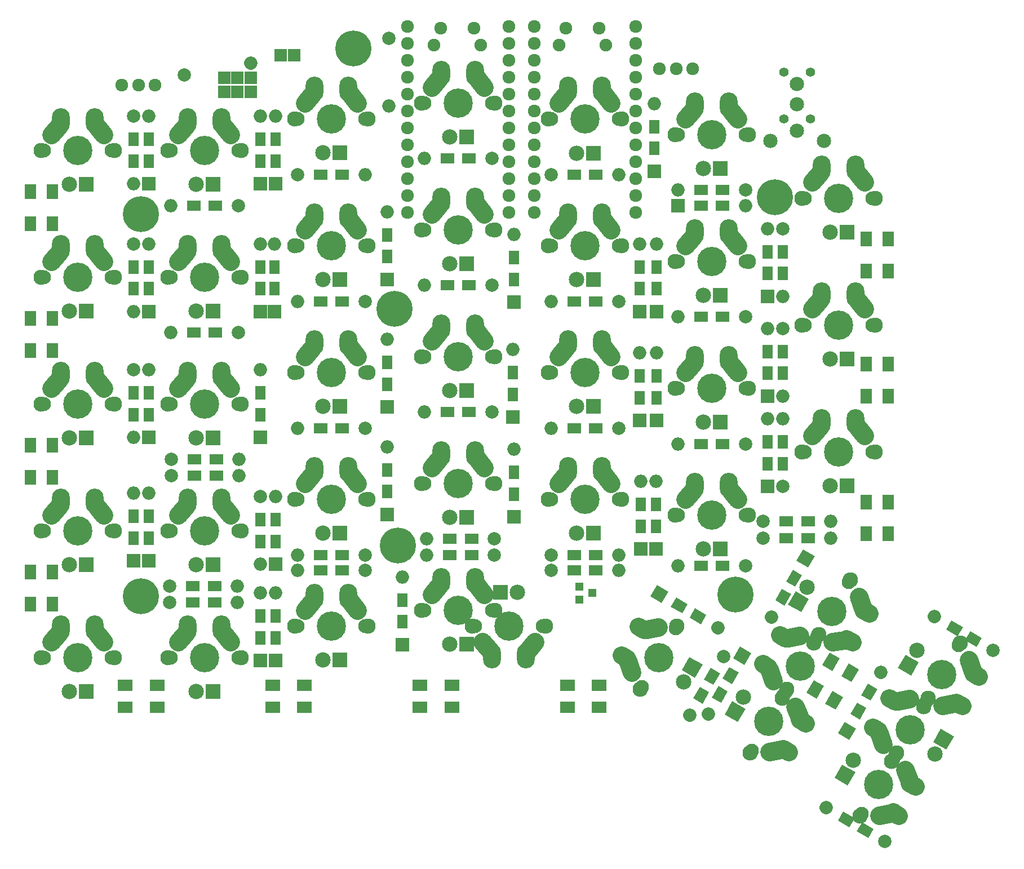
<source format=gts>
G04 #@! TF.FileFunction,Soldermask,Top*
%FSLAX46Y46*%
G04 Gerber Fmt 4.6, Leading zero omitted, Abs format (unit mm)*
G04 Created by KiCad (PCBNEW 4.0.7) date 06/24/18 16:56:43*
%MOMM*%
%LPD*%
G01*
G04 APERTURE LIST*
%ADD10C,0.100000*%
%ADD11C,4.400000*%
%ADD12C,2.300000*%
%ADD13C,2.800000*%
%ADD14O,2.700000X3.737000*%
%ADD15C,2.100000*%
%ADD16C,1.924000*%
%ADD17C,2.000000*%
%ADD18C,2.000000*%
%ADD19O,2.000000X2.000000*%
%ADD20C,5.400000*%
%ADD21R,1.924000X1.924000*%
%ADD22C,1.390600*%
%ADD23C,2.152600*%
%ADD24C,1.900000*%
%ADD25R,1.600000X2.000000*%
%ADD26R,2.000000X1.600000*%
%ADD27C,2.305000*%
%ADD28R,2.305000X2.305000*%
%ADD29R,1.300000X1.200000*%
%ADD30C,2.700000*%
%ADD31R,2.000000X2.000000*%
%ADD32R,1.800000X2.200000*%
%ADD33R,2.200000X1.800000*%
G04 APERTURE END LIST*
D10*
D11*
X144145000Y-127031750D03*
D12*
X149645000Y-127031750D03*
X138645000Y-127031750D03*
D13*
X148083558Y-124644959D02*
X146926540Y-123266079D01*
X141363460Y-123266079D02*
X140206442Y-124644959D01*
D14*
X141625000Y-122531750D03*
X146665000Y-122531750D03*
D15*
X139065000Y-127031750D03*
X149225000Y-127031750D03*
D11*
X125095000Y-110363000D03*
D12*
X119595000Y-110363000D03*
X130595000Y-110363000D03*
D13*
X121156442Y-107976209D02*
X122313460Y-106597329D01*
X127876540Y-106597329D02*
X129033558Y-107976209D01*
D14*
X127615000Y-105863000D03*
X122575000Y-105863000D03*
D15*
X130175000Y-110363000D03*
X120015000Y-110363000D03*
D11*
X125095000Y-91313000D03*
D12*
X119595000Y-91313000D03*
X130595000Y-91313000D03*
D13*
X121156442Y-88926209D02*
X122313460Y-87547329D01*
X127876540Y-87547329D02*
X129033558Y-88926209D01*
D14*
X127615000Y-86813000D03*
X122575000Y-86813000D03*
D15*
X130175000Y-91313000D03*
X120015000Y-91313000D03*
D11*
X86995000Y-115125500D03*
D12*
X92495000Y-115125500D03*
X81495000Y-115125500D03*
D13*
X90933558Y-112738709D02*
X89776540Y-111359829D01*
X84213460Y-111359829D02*
X83056442Y-112738709D01*
D14*
X84475000Y-110625500D03*
X89515000Y-110625500D03*
D15*
X81915000Y-115125500D03*
X92075000Y-115125500D03*
D11*
X86995000Y-57975500D03*
D12*
X92495000Y-57975500D03*
X81495000Y-57975500D03*
D13*
X90933558Y-55588709D02*
X89776540Y-54209829D01*
X84213460Y-54209829D02*
X83056442Y-55588709D01*
D14*
X84475000Y-53475500D03*
X89515000Y-53475500D03*
D15*
X81915000Y-57975500D03*
X92075000Y-57975500D03*
D11*
X182245000Y-55594250D03*
D12*
X176745000Y-55594250D03*
X187745000Y-55594250D03*
D13*
X178306442Y-53207459D02*
X179463460Y-51828579D01*
X185026540Y-51828579D02*
X186183558Y-53207459D01*
D14*
X184765000Y-51094250D03*
X179725000Y-51094250D03*
D15*
X187325000Y-55594250D03*
X177165000Y-55594250D03*
D16*
X170815000Y-39370000D03*
X170815000Y-41910000D03*
X170815000Y-44450000D03*
X170815000Y-46990000D03*
X170815000Y-49530000D03*
X170815000Y-52070000D03*
X170815000Y-54610000D03*
X170815000Y-57150000D03*
X170815000Y-59690000D03*
X170815000Y-62230000D03*
X170815000Y-64770000D03*
X170815000Y-67310000D03*
X155575000Y-67310000D03*
X155575000Y-64770000D03*
X155575000Y-62230000D03*
X155575000Y-59690000D03*
X155575000Y-57150000D03*
X155575000Y-54610000D03*
X155575000Y-52070000D03*
X155575000Y-49530000D03*
X155575000Y-46990000D03*
X155575000Y-44450000D03*
X155575000Y-41910000D03*
X155575000Y-39370000D03*
D17*
X102997000Y-46609000D03*
D18*
X113002647Y-44844735D02*
X113002647Y-44844735D01*
D17*
X133731000Y-41148000D03*
D19*
X133731000Y-51308000D03*
D20*
X134620000Y-81788000D03*
X191770000Y-65024000D03*
X185801000Y-124714000D03*
X96520000Y-67564000D03*
X96520000Y-124968000D03*
D21*
X119491000Y-43688000D03*
X117491000Y-43688000D03*
D22*
X197072000Y-46204000D03*
X193072000Y-46204000D03*
D23*
X195072000Y-51004000D03*
X191072000Y-56504000D03*
X195072000Y-55004000D03*
X199072000Y-56504000D03*
X195072000Y-48004000D03*
D22*
X193072000Y-53204000D03*
X197072000Y-53204000D03*
D16*
X160314000Y-39624000D03*
X165314000Y-39624000D03*
D24*
X159314000Y-42124000D03*
X166314000Y-42124000D03*
D16*
X96139000Y-48133000D03*
X93639000Y-48133000D03*
X98639000Y-48133000D03*
X176911000Y-45720000D03*
X174411000Y-45720000D03*
X179411000Y-45720000D03*
X146518000Y-39624000D03*
X141518000Y-39624000D03*
D24*
X147518000Y-42124000D03*
X140518000Y-42124000D03*
D20*
X135128000Y-117348000D03*
D25*
X95377000Y-59542000D03*
D17*
X95377000Y-52832000D03*
D19*
X95377000Y-62992000D03*
D25*
X95377000Y-56282000D03*
D26*
X104415000Y-66294000D03*
D17*
X111125000Y-66294000D03*
D19*
X100965000Y-66294000D03*
D26*
X107675000Y-66294000D03*
X126725000Y-61595000D03*
D17*
X120015000Y-61595000D03*
D19*
X130175000Y-61595000D03*
D26*
X123465000Y-61595000D03*
X142515000Y-59182000D03*
D17*
X149225000Y-59182000D03*
D19*
X139065000Y-59182000D03*
D26*
X145775000Y-59182000D03*
X164825000Y-61595000D03*
D17*
X158115000Y-61595000D03*
D19*
X168275000Y-61595000D03*
D26*
X161565000Y-61595000D03*
X180615000Y-63881000D03*
D17*
X187325000Y-63881000D03*
D19*
X177165000Y-63881000D03*
D26*
X183875000Y-63881000D03*
D25*
X192913000Y-76433000D03*
D17*
X192913000Y-69723000D03*
D19*
X192913000Y-79883000D03*
D25*
X192913000Y-73173000D03*
X95377000Y-78719000D03*
D17*
X95377000Y-72009000D03*
D19*
X95377000Y-82169000D03*
D25*
X95377000Y-75459000D03*
D26*
X104415000Y-85344000D03*
D17*
X111125000Y-85344000D03*
D19*
X100965000Y-85344000D03*
D26*
X107675000Y-85344000D03*
X123465000Y-80645000D03*
D17*
X130175000Y-80645000D03*
D19*
X120015000Y-80645000D03*
D26*
X126725000Y-80645000D03*
X164825000Y-121031000D03*
D17*
X158115000Y-121031000D03*
D19*
X168275000Y-121031000D03*
D26*
X161565000Y-121031000D03*
X142515000Y-78232000D03*
D17*
X149225000Y-78232000D03*
D19*
X139065000Y-78232000D03*
D26*
X145775000Y-78232000D03*
X161565000Y-80645000D03*
D17*
X168275000Y-80645000D03*
D19*
X158115000Y-80645000D03*
D26*
X164825000Y-80645000D03*
X180615000Y-82931000D03*
D17*
X187325000Y-82931000D03*
D19*
X177165000Y-82931000D03*
D26*
X183875000Y-82931000D03*
D25*
X192913000Y-91419000D03*
D17*
X192913000Y-84709000D03*
D19*
X192913000Y-94869000D03*
D25*
X192913000Y-88159000D03*
X95377000Y-97642000D03*
D17*
X95377000Y-90932000D03*
D19*
X95377000Y-101092000D03*
D25*
X95377000Y-94382000D03*
D26*
X107802000Y-104394000D03*
D17*
X101092000Y-104394000D03*
D19*
X111252000Y-104394000D03*
D26*
X104542000Y-104394000D03*
X123465000Y-99695000D03*
D17*
X130175000Y-99695000D03*
D19*
X120015000Y-99695000D03*
D26*
X126725000Y-99695000D03*
X142515000Y-97282000D03*
D17*
X149225000Y-97282000D03*
D19*
X139065000Y-97282000D03*
D26*
X145775000Y-97282000D03*
X161565000Y-99695000D03*
D17*
X168275000Y-99695000D03*
D19*
X158115000Y-99695000D03*
D26*
X164825000Y-99695000D03*
X180615000Y-102108000D03*
D17*
X187325000Y-102108000D03*
D19*
X177165000Y-102108000D03*
D26*
X183875000Y-102108000D03*
D25*
X192913000Y-101748000D03*
D17*
X192913000Y-108458000D03*
D19*
X192913000Y-98298000D03*
D25*
X192913000Y-105008000D03*
D26*
X107802000Y-106807000D03*
D17*
X101092000Y-106807000D03*
D19*
X111252000Y-106807000D03*
D26*
X104542000Y-106807000D03*
D25*
X114427000Y-116692000D03*
D17*
X114427000Y-109982000D03*
D19*
X114427000Y-120142000D03*
D25*
X114427000Y-113432000D03*
D26*
X123465000Y-118745000D03*
D17*
X130175000Y-118745000D03*
D19*
X120015000Y-118745000D03*
D26*
X126725000Y-118745000D03*
X142896000Y-116332000D03*
D17*
X149606000Y-116332000D03*
D19*
X139446000Y-116332000D03*
D26*
X146156000Y-116332000D03*
X164825000Y-118745000D03*
D17*
X158115000Y-118745000D03*
D19*
X168275000Y-118745000D03*
D26*
X161565000Y-118745000D03*
X180615000Y-120396000D03*
D17*
X187325000Y-120396000D03*
D19*
X177165000Y-120396000D03*
D26*
X183875000Y-120396000D03*
D10*
G36*
X180475180Y-138530005D02*
X181860820Y-139330005D01*
X180860820Y-141062055D01*
X179475180Y-140262055D01*
X180475180Y-138530005D01*
X180475180Y-138530005D01*
G37*
D17*
X184023000Y-133985000D03*
D18*
X178943000Y-142783818D02*
X178943000Y-142783818D01*
D10*
G36*
X182105180Y-135706763D02*
X183490820Y-136506763D01*
X182490820Y-138238813D01*
X181105180Y-137438813D01*
X182105180Y-135706763D01*
X182105180Y-135706763D01*
G37*
D26*
X107548000Y-123444000D03*
D17*
X100838000Y-123444000D03*
D19*
X110998000Y-123444000D03*
D26*
X104288000Y-123444000D03*
X107548000Y-125857000D03*
D17*
X100838000Y-125857000D03*
D19*
X110998000Y-125857000D03*
D26*
X104288000Y-125857000D03*
X123465000Y-121031000D03*
D17*
X130175000Y-121031000D03*
D19*
X120015000Y-121031000D03*
D26*
X126725000Y-121031000D03*
X142896000Y-118745000D03*
D17*
X149606000Y-118745000D03*
D19*
X139446000Y-118745000D03*
D26*
X146156000Y-118745000D03*
D20*
X128397000Y-42672000D03*
D27*
X85725000Y-63055500D03*
D28*
X88265000Y-63055500D03*
D27*
X104775000Y-63055500D03*
D28*
X107315000Y-63055500D03*
D27*
X123825000Y-58293000D03*
D28*
X126365000Y-58293000D03*
D27*
X142875000Y-55911750D03*
D28*
X145415000Y-55911750D03*
D27*
X161925000Y-58420000D03*
D28*
X164465000Y-58420000D03*
D27*
X180975000Y-60674250D03*
D28*
X183515000Y-60674250D03*
D27*
X200025000Y-70199250D03*
D28*
X202565000Y-70199250D03*
D27*
X85725000Y-82105500D03*
D28*
X88265000Y-82105500D03*
D27*
X104775000Y-82105500D03*
D28*
X107315000Y-82105500D03*
D27*
X123825000Y-77343000D03*
D28*
X126365000Y-77343000D03*
D27*
X142875000Y-74961750D03*
D28*
X145415000Y-74961750D03*
D27*
X161925000Y-77343000D03*
D28*
X164465000Y-77343000D03*
D27*
X180975000Y-79724250D03*
D28*
X183515000Y-79724250D03*
D27*
X200025000Y-89249250D03*
D28*
X202565000Y-89249250D03*
D27*
X85725000Y-101155500D03*
D28*
X88265000Y-101155500D03*
D27*
X104775000Y-101155500D03*
D28*
X107315000Y-101155500D03*
D27*
X123825000Y-96393000D03*
D28*
X126365000Y-96393000D03*
D27*
X142875000Y-94011750D03*
D28*
X145415000Y-94011750D03*
D27*
X161925000Y-96393000D03*
D28*
X164465000Y-96393000D03*
D27*
X180975000Y-98774250D03*
D28*
X183515000Y-98774250D03*
D27*
X200025000Y-108299250D03*
D28*
X202565000Y-108299250D03*
D27*
X85725000Y-120205500D03*
D28*
X88265000Y-120205500D03*
D27*
X104775000Y-120205500D03*
D28*
X107315000Y-120205500D03*
D27*
X123825000Y-115443000D03*
D28*
X126365000Y-115443000D03*
D27*
X142875000Y-113061750D03*
D28*
X145415000Y-113061750D03*
D27*
X161925000Y-115443000D03*
D28*
X164465000Y-115443000D03*
D27*
X180975000Y-117824250D03*
D28*
X183515000Y-117824250D03*
D27*
X178056409Y-137815102D03*
D10*
G36*
X179748253Y-137189742D02*
X177752065Y-136037242D01*
X178904565Y-134041054D01*
X180900753Y-135193554D01*
X179748253Y-137189742D01*
X179748253Y-137189742D01*
G37*
D27*
X85725000Y-139255500D03*
D28*
X88265000Y-139255500D03*
D27*
X104775000Y-139255500D03*
D28*
X107315000Y-139255500D03*
D27*
X123825000Y-134493000D03*
D28*
X126365000Y-134493000D03*
D27*
X142875000Y-132111750D03*
D28*
X145415000Y-132111750D03*
D16*
X136525000Y-39370000D03*
X136525000Y-41910000D03*
X136525000Y-44450000D03*
X136525000Y-46990000D03*
X136525000Y-49530000D03*
X136525000Y-52070000D03*
X136525000Y-54610000D03*
X136525000Y-57150000D03*
X136525000Y-59690000D03*
X136525000Y-62230000D03*
X136525000Y-64770000D03*
X136525000Y-67310000D03*
X151765000Y-67310000D03*
X151765000Y-64770000D03*
X151765000Y-62230000D03*
X151765000Y-59690000D03*
X151765000Y-57150000D03*
X151765000Y-54610000D03*
X151765000Y-52070000D03*
X151765000Y-49530000D03*
X151765000Y-46990000D03*
X151765000Y-44450000D03*
X151765000Y-41910000D03*
X151765000Y-39370000D03*
D27*
X153035000Y-124333000D03*
D28*
X150495000Y-124333000D03*
D10*
G36*
X206112820Y-140615995D02*
X204727180Y-139815995D01*
X205727180Y-138083945D01*
X207112820Y-138883945D01*
X206112820Y-140615995D01*
X206112820Y-140615995D01*
G37*
G36*
X202931025Y-146527025D02*
X201198975Y-145527025D01*
X202198975Y-143794975D01*
X203931025Y-144794975D01*
X202931025Y-146527025D01*
X202931025Y-146527025D01*
G37*
D18*
X207645000Y-136362182D02*
X207645000Y-136362182D01*
D10*
G36*
X204482820Y-143439237D02*
X203097180Y-142639237D01*
X204097180Y-140907187D01*
X205482820Y-141707187D01*
X204482820Y-143439237D01*
X204482820Y-143439237D01*
G37*
D29*
X162322000Y-123510000D03*
X162322000Y-125410000D03*
X164322000Y-124460000D03*
D11*
X86995000Y-77025500D03*
D12*
X92495000Y-77025500D03*
X81495000Y-77025500D03*
D13*
X90933558Y-74638709D02*
X89776540Y-73259829D01*
X84213460Y-73259829D02*
X83056442Y-74638709D01*
D14*
X84475000Y-72525500D03*
X89515000Y-72525500D03*
D15*
X81915000Y-77025500D03*
X92075000Y-77025500D03*
D11*
X86995000Y-96075500D03*
D12*
X92495000Y-96075500D03*
X81495000Y-96075500D03*
D13*
X90933558Y-93688709D02*
X89776540Y-92309829D01*
X84213460Y-92309829D02*
X83056442Y-93688709D01*
D14*
X84475000Y-91575500D03*
X89515000Y-91575500D03*
D15*
X81915000Y-96075500D03*
X92075000Y-96075500D03*
D11*
X106045000Y-57975500D03*
D12*
X100545000Y-57975500D03*
X111545000Y-57975500D03*
D13*
X102106442Y-55588709D02*
X103263460Y-54209829D01*
X108826540Y-54209829D02*
X109983558Y-55588709D01*
D14*
X108565000Y-53475500D03*
X103525000Y-53475500D03*
D15*
X111125000Y-57975500D03*
X100965000Y-57975500D03*
D11*
X106045000Y-77025500D03*
D12*
X100545000Y-77025500D03*
X111545000Y-77025500D03*
D13*
X102106442Y-74638709D02*
X103263460Y-73259829D01*
X108826540Y-73259829D02*
X109983558Y-74638709D01*
D14*
X108565000Y-72525500D03*
X103525000Y-72525500D03*
D15*
X111125000Y-77025500D03*
X100965000Y-77025500D03*
D11*
X106045000Y-96075500D03*
D12*
X100545000Y-96075500D03*
X111545000Y-96075500D03*
D13*
X102106442Y-93688709D02*
X103263460Y-92309829D01*
X108826540Y-92309829D02*
X109983558Y-93688709D01*
D14*
X108565000Y-91575500D03*
X103525000Y-91575500D03*
D15*
X111125000Y-96075500D03*
X100965000Y-96075500D03*
D11*
X106045000Y-115125500D03*
D12*
X100545000Y-115125500D03*
X111545000Y-115125500D03*
D13*
X102106442Y-112738709D02*
X103263460Y-111359829D01*
X108826540Y-111359829D02*
X109983558Y-112738709D01*
D14*
X108565000Y-110625500D03*
X103525000Y-110625500D03*
D15*
X111125000Y-115125500D03*
X100965000Y-115125500D03*
D11*
X125095000Y-53213000D03*
D12*
X130595000Y-53213000D03*
X119595000Y-53213000D03*
D13*
X129033558Y-50826209D02*
X127876540Y-49447329D01*
X122313460Y-49447329D02*
X121156442Y-50826209D01*
D14*
X122575000Y-48713000D03*
X127615000Y-48713000D03*
D15*
X120015000Y-53213000D03*
X130175000Y-53213000D03*
D11*
X125095000Y-72263000D03*
D12*
X130595000Y-72263000D03*
X119595000Y-72263000D03*
D13*
X129033558Y-69876209D02*
X127876540Y-68497329D01*
X122313460Y-68497329D02*
X121156442Y-69876209D01*
D14*
X122575000Y-67763000D03*
X127615000Y-67763000D03*
D15*
X120015000Y-72263000D03*
X130175000Y-72263000D03*
D11*
X144145000Y-50831750D03*
D12*
X138645000Y-50831750D03*
X149645000Y-50831750D03*
D13*
X140206442Y-48444959D02*
X141363460Y-47066079D01*
X146926540Y-47066079D02*
X148083558Y-48444959D01*
D14*
X146665000Y-46331750D03*
X141625000Y-46331750D03*
D15*
X149225000Y-50831750D03*
X139065000Y-50831750D03*
D11*
X144145000Y-69881750D03*
D12*
X138645000Y-69881750D03*
X149645000Y-69881750D03*
D13*
X140206442Y-67494959D02*
X141363460Y-66116079D01*
X146926540Y-66116079D02*
X148083558Y-67494959D01*
D14*
X146665000Y-65381750D03*
X141625000Y-65381750D03*
D15*
X149225000Y-69881750D03*
X139065000Y-69881750D03*
D11*
X144145000Y-88931750D03*
D12*
X138645000Y-88931750D03*
X149645000Y-88931750D03*
D13*
X140206442Y-86544959D02*
X141363460Y-85166079D01*
X146926540Y-85166079D02*
X148083558Y-86544959D01*
D14*
X146665000Y-84431750D03*
X141625000Y-84431750D03*
D15*
X149225000Y-88931750D03*
X139065000Y-88931750D03*
D11*
X144145000Y-107981750D03*
D12*
X138645000Y-107981750D03*
X149645000Y-107981750D03*
D13*
X140206442Y-105594959D02*
X141363460Y-104216079D01*
X146926540Y-104216079D02*
X148083558Y-105594959D01*
D14*
X146665000Y-103481750D03*
X141625000Y-103481750D03*
D15*
X149225000Y-107981750D03*
X139065000Y-107981750D03*
D11*
X163195000Y-53213000D03*
D12*
X157695000Y-53213000D03*
X168695000Y-53213000D03*
D13*
X159256442Y-50826209D02*
X160413460Y-49447329D01*
X165976540Y-49447329D02*
X167133558Y-50826209D01*
D14*
X165715000Y-48713000D03*
X160675000Y-48713000D03*
D15*
X168275000Y-53213000D03*
X158115000Y-53213000D03*
D11*
X163195000Y-72263000D03*
D12*
X157695000Y-72263000D03*
X168695000Y-72263000D03*
D13*
X159256442Y-69876209D02*
X160413460Y-68497329D01*
X165976540Y-68497329D02*
X167133558Y-69876209D01*
D14*
X165715000Y-67763000D03*
X160675000Y-67763000D03*
D15*
X168275000Y-72263000D03*
X158115000Y-72263000D03*
D11*
X163195000Y-91313000D03*
D12*
X157695000Y-91313000D03*
X168695000Y-91313000D03*
D13*
X159256442Y-88926209D02*
X160413460Y-87547329D01*
X165976540Y-87547329D02*
X167133558Y-88926209D01*
D14*
X165715000Y-86813000D03*
X160675000Y-86813000D03*
D15*
X168275000Y-91313000D03*
X158115000Y-91313000D03*
D11*
X163195000Y-110363000D03*
D12*
X157695000Y-110363000D03*
X168695000Y-110363000D03*
D13*
X159256442Y-107976209D02*
X160413460Y-106597329D01*
X165976540Y-106597329D02*
X167133558Y-107976209D01*
D14*
X165715000Y-105863000D03*
X160675000Y-105863000D03*
D15*
X168275000Y-110363000D03*
X158115000Y-110363000D03*
D11*
X182245000Y-74644250D03*
D12*
X187745000Y-74644250D03*
X176745000Y-74644250D03*
D13*
X186183558Y-72257459D02*
X185026540Y-70878579D01*
X179463460Y-70878579D02*
X178306442Y-72257459D01*
D14*
X179725000Y-70144250D03*
X184765000Y-70144250D03*
D15*
X177165000Y-74644250D03*
X187325000Y-74644250D03*
D11*
X182245000Y-93694250D03*
D12*
X187745000Y-93694250D03*
X176745000Y-93694250D03*
D13*
X186183558Y-91307459D02*
X185026540Y-89928579D01*
X179463460Y-89928579D02*
X178306442Y-91307459D01*
D14*
X179725000Y-89194250D03*
X184765000Y-89194250D03*
D15*
X177165000Y-93694250D03*
X187325000Y-93694250D03*
D11*
X182245000Y-112744250D03*
D12*
X187745000Y-112744250D03*
X176745000Y-112744250D03*
D13*
X186183558Y-110357459D02*
X185026540Y-108978579D01*
X179463460Y-108978579D02*
X178306442Y-110357459D01*
D14*
X179725000Y-108244250D03*
X184765000Y-108244250D03*
D15*
X177165000Y-112744250D03*
X187325000Y-112744250D03*
D11*
X201295000Y-65119250D03*
D12*
X195795000Y-65119250D03*
X206795000Y-65119250D03*
D13*
X197356442Y-62732459D02*
X198513460Y-61353579D01*
X204076540Y-61353579D02*
X205233558Y-62732459D01*
D14*
X203815000Y-60619250D03*
X198775000Y-60619250D03*
D15*
X206375000Y-65119250D03*
X196215000Y-65119250D03*
D11*
X201295000Y-84169250D03*
D12*
X195795000Y-84169250D03*
X206795000Y-84169250D03*
D13*
X197356442Y-81782459D02*
X198513460Y-80403579D01*
X204076540Y-80403579D02*
X205233558Y-81782459D01*
D14*
X203815000Y-79669250D03*
X198775000Y-79669250D03*
D15*
X206375000Y-84169250D03*
X196215000Y-84169250D03*
D11*
X201295000Y-103219250D03*
D12*
X195795000Y-103219250D03*
X206795000Y-103219250D03*
D13*
X197356442Y-100832459D02*
X198513460Y-99453579D01*
X204076540Y-99453579D02*
X205233558Y-100832459D01*
D14*
X203815000Y-98719250D03*
X198775000Y-98719250D03*
D15*
X206375000Y-103219250D03*
X196215000Y-103219250D03*
D11*
X200315000Y-127202300D03*
D12*
X203065000Y-122439160D03*
X197565000Y-131965440D03*
D13*
X204351301Y-124984805D02*
X204966937Y-126676251D01*
X202185397Y-131494020D02*
X200412743Y-131806586D01*
D30*
X203401148Y-131893934D02*
X202503080Y-131375434D01*
X205921148Y-127529166D02*
X205023080Y-127010666D01*
D15*
X197775000Y-131601709D03*
X202855000Y-122802891D03*
D11*
X86995000Y-134175500D03*
D12*
X92495000Y-134175500D03*
X81495000Y-134175500D03*
D13*
X90933558Y-131788709D02*
X89776540Y-130409829D01*
X84213460Y-130409829D02*
X83056442Y-131788709D01*
D14*
X84475000Y-129675500D03*
X89515000Y-129675500D03*
D15*
X81915000Y-134175500D03*
X92075000Y-134175500D03*
D11*
X106045000Y-134175500D03*
D12*
X100545000Y-134175500D03*
X111545000Y-134175500D03*
D13*
X102106442Y-131788709D02*
X103263460Y-130409829D01*
X108826540Y-130409829D02*
X109983558Y-131788709D01*
D14*
X108565000Y-129675500D03*
X103525000Y-129675500D03*
D15*
X111125000Y-134175500D03*
X100965000Y-134175500D03*
D11*
X125095000Y-129413000D03*
D12*
X130595000Y-129413000D03*
X119595000Y-129413000D03*
D13*
X129033558Y-127026209D02*
X127876540Y-125647329D01*
X122313460Y-125647329D02*
X121156442Y-127026209D01*
D14*
X122575000Y-124913000D03*
X127615000Y-124913000D03*
D15*
X120015000Y-129413000D03*
X130175000Y-129413000D03*
D11*
X174292000Y-134175250D03*
D12*
X171542000Y-138938390D03*
X177042000Y-129412110D03*
D13*
X170255699Y-136392745D02*
X169640063Y-134701299D01*
X172421603Y-129883530D02*
X174194257Y-129570964D01*
D30*
X171205852Y-129483616D02*
X172103920Y-130002116D01*
X168685852Y-133848384D02*
X169583920Y-134366884D01*
D15*
X176832000Y-129775841D03*
X171752000Y-138574659D03*
D11*
X190790000Y-143700300D03*
D12*
X193540000Y-138937160D03*
X188040000Y-148463440D03*
D13*
X194826301Y-141482805D02*
X195441937Y-143174251D01*
X192660397Y-147992020D02*
X190887743Y-148304586D01*
D30*
X193876148Y-148391934D02*
X192978080Y-147873434D01*
X196396148Y-144027166D02*
X195498080Y-143508666D01*
D15*
X188250000Y-148099709D03*
X193330000Y-139300891D03*
D11*
X195552500Y-135451250D03*
D12*
X192802500Y-140214390D03*
X198302500Y-130688110D03*
D13*
X191516199Y-137668745D02*
X190900563Y-135977299D01*
X193682103Y-131159530D02*
X195454757Y-130846964D01*
D30*
X192466352Y-130759616D02*
X193364420Y-131278116D01*
X189946352Y-135124384D02*
X190844420Y-135642884D01*
D15*
X198092500Y-131051841D03*
X193012500Y-139850659D03*
D11*
X151765000Y-129413000D03*
D12*
X157265000Y-129413000D03*
X146265000Y-129413000D03*
D13*
X155703558Y-131799791D02*
X154546540Y-133178671D01*
X148983460Y-133178671D02*
X147826442Y-131799791D01*
D14*
X149245000Y-133913000D03*
X154285000Y-133913000D03*
D15*
X146685000Y-129413000D03*
X156845000Y-129413000D03*
D11*
X216813000Y-136727350D03*
D12*
X219563000Y-131964210D03*
X214063000Y-141490490D03*
D13*
X220849301Y-134509855D02*
X221464937Y-136201301D01*
X218683397Y-141019070D02*
X216910743Y-141331636D01*
D30*
X219899148Y-141418984D02*
X219001080Y-140900484D01*
X222419148Y-137054216D02*
X221521080Y-136535716D01*
D15*
X214273000Y-141126759D03*
X219353000Y-132327941D03*
D11*
X212050500Y-144976300D03*
D12*
X209300500Y-149739440D03*
X214800500Y-140213160D03*
D13*
X208014199Y-147193795D02*
X207398563Y-145502349D01*
X210180103Y-140684580D02*
X211952757Y-140372014D01*
D30*
X208964352Y-140284666D02*
X209862420Y-140803166D01*
X206444352Y-144649434D02*
X207342420Y-145167934D01*
D15*
X214590500Y-140576891D03*
X209510500Y-149375709D03*
D11*
X207288000Y-153225350D03*
D12*
X210038000Y-148462210D03*
X204538000Y-157988490D03*
D13*
X211324301Y-151007855D02*
X211939937Y-152699301D01*
X209158397Y-157517070D02*
X207385743Y-157829636D01*
D30*
X210374148Y-157916984D02*
X209476080Y-157398484D01*
X212894148Y-153552216D02*
X211996080Y-153033716D01*
D15*
X204748000Y-157624759D03*
X209828000Y-148825941D03*
D21*
X112998000Y-47032000D03*
X110998000Y-47032000D03*
X108998000Y-47032000D03*
X112998000Y-49191000D03*
X110998000Y-49191000D03*
X108998000Y-49191000D03*
D27*
X196550591Y-123562448D03*
D10*
G36*
X194858747Y-124187808D02*
X196854935Y-125340308D01*
X195702435Y-127336496D01*
X193706247Y-126183996D01*
X194858747Y-124187808D01*
X194858747Y-124187808D01*
G37*
D27*
X213048591Y-133087498D03*
D10*
G36*
X211356747Y-133712858D02*
X213352935Y-134865358D01*
X212200435Y-136861546D01*
X210204247Y-135709046D01*
X211356747Y-133712858D01*
X211356747Y-133712858D01*
G37*
D27*
X187025591Y-140060448D03*
D10*
G36*
X185333747Y-140685808D02*
X187329935Y-141838308D01*
X186177435Y-143834496D01*
X184181247Y-142681996D01*
X185333747Y-140685808D01*
X185333747Y-140685808D01*
G37*
D27*
X203523591Y-149585498D03*
D10*
G36*
X201831747Y-150210858D02*
X203827935Y-151363358D01*
X202675435Y-153359546D01*
X200679247Y-152207046D01*
X201831747Y-150210858D01*
X201831747Y-150210858D01*
G37*
D26*
X196702000Y-113665000D03*
D17*
X189992000Y-113665000D03*
D19*
X200152000Y-113665000D03*
D26*
X193442000Y-113665000D03*
D10*
G36*
X219990995Y-129548180D02*
X219190995Y-130933820D01*
X217458945Y-129933820D01*
X218258945Y-128548180D01*
X219990995Y-129548180D01*
X219990995Y-129548180D01*
G37*
D17*
X224536000Y-133096000D03*
D18*
X215737182Y-128016000D02*
X215737182Y-128016000D01*
D10*
G36*
X222814237Y-131178180D02*
X222014237Y-132563820D01*
X220282187Y-131563820D01*
X221082187Y-130178180D01*
X222814237Y-131178180D01*
X222814237Y-131178180D01*
G37*
D26*
X196702000Y-116205000D03*
D17*
X189992000Y-116205000D03*
D19*
X200152000Y-116205000D03*
D26*
X193442000Y-116205000D03*
D10*
G36*
X203734995Y-158250180D02*
X202934995Y-159635820D01*
X201202945Y-158635820D01*
X202002945Y-157250180D01*
X203734995Y-158250180D01*
X203734995Y-158250180D01*
G37*
D17*
X208280000Y-161798000D03*
D18*
X199481182Y-156718000D02*
X199481182Y-156718000D01*
D10*
G36*
X206558237Y-159880180D02*
X205758237Y-161265820D01*
X204026187Y-160265820D01*
X204826187Y-158880180D01*
X206558237Y-159880180D01*
X206558237Y-159880180D01*
G37*
D27*
X215814909Y-148616152D03*
D10*
G36*
X217506753Y-147990792D02*
X215510565Y-146838292D01*
X216663065Y-144842104D01*
X218659253Y-145994604D01*
X217506753Y-147990792D01*
X217506753Y-147990792D01*
G37*
D25*
X97663000Y-56282000D03*
D31*
X97663000Y-62992000D03*
D19*
X97663000Y-52832000D03*
D25*
X97663000Y-59542000D03*
X97663000Y-75459000D03*
D31*
X97663000Y-82169000D03*
D19*
X97663000Y-72009000D03*
D25*
X97663000Y-78719000D03*
X97663000Y-94382000D03*
D31*
X97663000Y-101092000D03*
D19*
X97663000Y-90932000D03*
D25*
X97663000Y-97642000D03*
X95377000Y-112924000D03*
D31*
X95377000Y-119634000D03*
D19*
X95377000Y-109474000D03*
D25*
X95377000Y-116184000D03*
X114427000Y-56282000D03*
D31*
X114427000Y-62992000D03*
D19*
X114427000Y-52832000D03*
D25*
X114427000Y-59542000D03*
X114427000Y-75459000D03*
D31*
X114427000Y-82169000D03*
D19*
X114427000Y-72009000D03*
D25*
X114427000Y-78719000D03*
X114427000Y-94382000D03*
D31*
X114427000Y-101092000D03*
D19*
X114427000Y-90932000D03*
D25*
X114427000Y-97642000D03*
X116713000Y-113432000D03*
D31*
X116713000Y-120142000D03*
D19*
X116713000Y-109982000D03*
D25*
X116713000Y-116692000D03*
X116713000Y-56282000D03*
D31*
X116713000Y-62992000D03*
D19*
X116713000Y-52832000D03*
D25*
X116713000Y-59542000D03*
X116586000Y-75459000D03*
D31*
X116586000Y-82169000D03*
D19*
X116586000Y-72009000D03*
D25*
X116586000Y-78719000D03*
X133477000Y-89810000D03*
D31*
X133477000Y-96520000D03*
D19*
X133477000Y-86360000D03*
D25*
X133477000Y-93070000D03*
X133477000Y-105939000D03*
D31*
X133477000Y-112649000D03*
D19*
X133477000Y-102489000D03*
D25*
X133477000Y-109199000D03*
X133477000Y-70633000D03*
D31*
X133477000Y-77343000D03*
D19*
X133477000Y-67183000D03*
D25*
X133477000Y-73893000D03*
X152527000Y-74062000D03*
D31*
X152527000Y-80772000D03*
D19*
X152527000Y-70612000D03*
D25*
X152527000Y-77322000D03*
X152400000Y-91334000D03*
D31*
X152400000Y-98044000D03*
D19*
X152400000Y-87884000D03*
D25*
X152400000Y-94594000D03*
X152527000Y-106320000D03*
D31*
X152527000Y-113030000D03*
D19*
X152527000Y-102870000D03*
D25*
X152527000Y-109580000D03*
X173609000Y-54377000D03*
D31*
X173609000Y-61087000D03*
D19*
X173609000Y-50927000D03*
D25*
X173609000Y-57637000D03*
X171450000Y-75459000D03*
D31*
X171450000Y-82169000D03*
D19*
X171450000Y-72009000D03*
D25*
X171450000Y-78719000D03*
X171450000Y-91842000D03*
D31*
X171450000Y-98552000D03*
D19*
X171450000Y-88392000D03*
D25*
X171450000Y-95102000D03*
X171577000Y-111146000D03*
D31*
X171577000Y-117856000D03*
D19*
X171577000Y-107696000D03*
D25*
X171577000Y-114406000D03*
D26*
X183875000Y-66294000D03*
D31*
X177165000Y-66294000D03*
D19*
X187325000Y-66294000D03*
D26*
X180615000Y-66294000D03*
D25*
X173990000Y-75459000D03*
D31*
X173990000Y-82169000D03*
D19*
X173990000Y-72009000D03*
D25*
X173990000Y-78719000D03*
X173990000Y-91842000D03*
D31*
X173990000Y-98552000D03*
D19*
X173990000Y-88392000D03*
D25*
X173990000Y-95102000D03*
X173863000Y-111146000D03*
D31*
X173863000Y-117856000D03*
D19*
X173863000Y-107696000D03*
D25*
X173863000Y-114406000D03*
X190627000Y-73173000D03*
D31*
X190627000Y-79883000D03*
D19*
X190627000Y-69723000D03*
D25*
X190627000Y-76433000D03*
X190627000Y-88159000D03*
D31*
X190627000Y-94869000D03*
D19*
X190627000Y-84709000D03*
D25*
X190627000Y-91419000D03*
X190627000Y-101748000D03*
D31*
X190627000Y-108458000D03*
D19*
X190627000Y-98298000D03*
D25*
X190627000Y-105008000D03*
D10*
G36*
X192794180Y-123798005D02*
X194179820Y-124598005D01*
X193179820Y-126330055D01*
X191794180Y-125530055D01*
X192794180Y-123798005D01*
X192794180Y-123798005D01*
G37*
G36*
X195975975Y-117886975D02*
X197708025Y-118886975D01*
X196708025Y-120619025D01*
X194975975Y-119619025D01*
X195975975Y-117886975D01*
X195975975Y-117886975D01*
G37*
D18*
X191262000Y-128051818D02*
X191262000Y-128051818D01*
D10*
G36*
X194424180Y-120974763D02*
X195809820Y-121774763D01*
X194809820Y-123506813D01*
X193424180Y-122706813D01*
X194424180Y-120974763D01*
X194424180Y-120974763D01*
G37*
D25*
X97663000Y-112924000D03*
D31*
X97663000Y-119634000D03*
D19*
X97663000Y-109474000D03*
D25*
X97663000Y-116184000D03*
X114427000Y-127910000D03*
D31*
X114427000Y-134620000D03*
D19*
X114427000Y-124460000D03*
D25*
X114427000Y-131170000D03*
X116713000Y-127910000D03*
D31*
X116713000Y-134620000D03*
D19*
X116713000Y-124460000D03*
D25*
X116713000Y-131170000D03*
X135763000Y-125497000D03*
D31*
X135763000Y-132207000D03*
D19*
X135763000Y-122047000D03*
D25*
X135763000Y-128757000D03*
D10*
G36*
X178916005Y-128134820D02*
X179716005Y-126749180D01*
X181448055Y-127749180D01*
X180648055Y-129134820D01*
X178916005Y-128134820D01*
X178916005Y-128134820D01*
G37*
G36*
X173004975Y-124953025D02*
X174004975Y-123220975D01*
X175737025Y-124220975D01*
X174737025Y-125953025D01*
X173004975Y-124953025D01*
X173004975Y-124953025D01*
G37*
D18*
X183169818Y-129667000D02*
X183169818Y-129667000D01*
D10*
G36*
X176092763Y-126504820D02*
X176892763Y-125119180D01*
X178624813Y-126119180D01*
X177824813Y-127504820D01*
X176092763Y-126504820D01*
X176092763Y-126504820D01*
G37*
G36*
X183269180Y-138403005D02*
X184654820Y-139203005D01*
X183654820Y-140935055D01*
X182269180Y-140135055D01*
X183269180Y-138403005D01*
X183269180Y-138403005D01*
G37*
G36*
X186450975Y-132491975D02*
X188183025Y-133491975D01*
X187183025Y-135224025D01*
X185450975Y-134224025D01*
X186450975Y-132491975D01*
X186450975Y-132491975D01*
G37*
D18*
X181737000Y-142656818D02*
X181737000Y-142656818D01*
D10*
G36*
X184899180Y-135579763D02*
X186284820Y-136379763D01*
X185284820Y-138111813D01*
X183899180Y-137311813D01*
X184899180Y-135579763D01*
X184899180Y-135579763D01*
G37*
D32*
X79884000Y-64148000D03*
X83184000Y-64148000D03*
X83184000Y-68948000D03*
X79884000Y-68948000D03*
X79884000Y-83198000D03*
X83184000Y-83198000D03*
X83184000Y-87998000D03*
X79884000Y-87998000D03*
X79884000Y-102248000D03*
X83184000Y-102248000D03*
X83184000Y-107048000D03*
X79884000Y-107048000D03*
X79884000Y-121298000D03*
X83184000Y-121298000D03*
X83184000Y-126098000D03*
X79884000Y-126098000D03*
D33*
X94120000Y-141604000D03*
X94120000Y-138304000D03*
X98920000Y-138304000D03*
X98920000Y-141604000D03*
X116260333Y-141604000D03*
X116260333Y-138304000D03*
X121060333Y-138304000D03*
X121060333Y-141604000D03*
X138400667Y-141604000D03*
X138400667Y-138304000D03*
X143200667Y-138304000D03*
X143200667Y-141604000D03*
X160541000Y-141604000D03*
X160541000Y-138304000D03*
X165341000Y-138304000D03*
X165341000Y-141604000D03*
D10*
G36*
X201964365Y-140068833D02*
X200864365Y-141974089D01*
X199305519Y-141074089D01*
X200405519Y-139168833D01*
X201964365Y-140068833D01*
X201964365Y-140068833D01*
G37*
G36*
X199106481Y-138418833D02*
X198006481Y-140324089D01*
X196447635Y-139424089D01*
X197547635Y-137518833D01*
X199106481Y-138418833D01*
X199106481Y-138418833D01*
G37*
G36*
X201506481Y-134261911D02*
X200406481Y-136167167D01*
X198847635Y-135267167D01*
X199947635Y-133361911D01*
X201506481Y-134261911D01*
X201506481Y-134261911D01*
G37*
G36*
X204364365Y-135911911D02*
X203264365Y-137817167D01*
X201705519Y-136917167D01*
X202805519Y-135011911D01*
X204364365Y-135911911D01*
X204364365Y-135911911D01*
G37*
D32*
X208787000Y-115557000D03*
X205487000Y-115557000D03*
X205487000Y-110757000D03*
X208787000Y-110757000D03*
X208787000Y-94856000D03*
X205487000Y-94856000D03*
X205487000Y-90056000D03*
X208787000Y-90056000D03*
X208787000Y-76060000D03*
X205487000Y-76060000D03*
X205487000Y-71260000D03*
X208787000Y-71260000D03*
M02*

</source>
